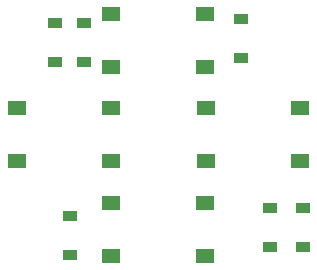
<source format=gbr>
%TF.GenerationSoftware,KiCad,Pcbnew,6.0.11+dfsg-1*%
%TF.CreationDate,2023-02-19T01:13:16+01:00*%
%TF.ProjectId,Controller,436f6e74-726f-46c6-9c65-722e6b696361,rev?*%
%TF.SameCoordinates,Original*%
%TF.FileFunction,Paste,Bot*%
%TF.FilePolarity,Positive*%
%FSLAX46Y46*%
G04 Gerber Fmt 4.6, Leading zero omitted, Abs format (unit mm)*
G04 Created by KiCad (PCBNEW 6.0.11+dfsg-1) date 2023-02-19 01:13:16*
%MOMM*%
%LPD*%
G01*
G04 APERTURE LIST*
%ADD10R,1.200000X0.900000*%
%ADD11R,1.550000X1.300000*%
G04 APERTURE END LIST*
D10*
%TO.C,D2*%
X126238000Y-87000000D03*
X126238000Y-83700000D03*
%TD*%
%TO.C,D3*%
X106500000Y-87650000D03*
X106500000Y-84350000D03*
%TD*%
%TO.C,D4*%
X107750000Y-71300000D03*
X107750000Y-68000000D03*
%TD*%
%TO.C,D6*%
X105250000Y-71300000D03*
X105250000Y-68000000D03*
%TD*%
D11*
%TO.C,SW1*%
X125975000Y-79750000D03*
X118025000Y-79750000D03*
X118025000Y-75250000D03*
X125975000Y-75250000D03*
%TD*%
%TO.C,SW3*%
X109975000Y-79750000D03*
X102025000Y-79750000D03*
X109975000Y-75250000D03*
X102025000Y-75250000D03*
%TD*%
%TO.C,SW4*%
X110025000Y-71750000D03*
X117975000Y-71750000D03*
X117975000Y-67250000D03*
X110025000Y-67250000D03*
%TD*%
%TO.C,SW5*%
X110025000Y-83250000D03*
X117975000Y-83250000D03*
X117975000Y-87750000D03*
X110025000Y-87750000D03*
%TD*%
D10*
%TO.C,D1*%
X121000000Y-71000000D03*
X121000000Y-67700000D03*
%TD*%
%TO.C,D5*%
X123500000Y-87000000D03*
X123500000Y-83700000D03*
%TD*%
M02*

</source>
